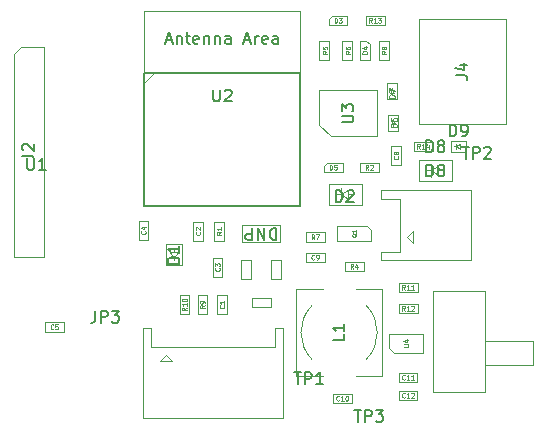
<source format=gbr>
%TF.GenerationSoftware,KiCad,Pcbnew,(6.0.2)*%
%TF.CreationDate,2022-03-15T02:09:27-04:00*%
%TF.ProjectId,ferrous_slime,66657272-6f75-4735-9f73-6c696d652e6b,v0.0.1*%
%TF.SameCoordinates,Original*%
%TF.FileFunction,AssemblyDrawing,Top*%
%FSLAX46Y46*%
G04 Gerber Fmt 4.6, Leading zero omitted, Abs format (unit mm)*
G04 Created by KiCad (PCBNEW (6.0.2)) date 2022-03-15 02:09:27*
%MOMM*%
%LPD*%
G01*
G04 APERTURE LIST*
%ADD10C,0.060000*%
%ADD11C,0.150000*%
%ADD12C,0.050000*%
%ADD13C,0.200000*%
%ADD14C,0.076200*%
%ADD15C,0.100000*%
%ADD16C,0.120000*%
G04 APERTURE END LIST*
D10*
X89658857Y-53721952D02*
X89525523Y-53531476D01*
X89430285Y-53721952D02*
X89430285Y-53321952D01*
X89582666Y-53321952D01*
X89620761Y-53341000D01*
X89639809Y-53360047D01*
X89658857Y-53398142D01*
X89658857Y-53455285D01*
X89639809Y-53493380D01*
X89620761Y-53512428D01*
X89582666Y-53531476D01*
X89430285Y-53531476D01*
X90039809Y-53721952D02*
X89811238Y-53721952D01*
X89925523Y-53721952D02*
X89925523Y-53321952D01*
X89887428Y-53379095D01*
X89849333Y-53417190D01*
X89811238Y-53436238D01*
X90420761Y-53721952D02*
X90192190Y-53721952D01*
X90306476Y-53721952D02*
X90306476Y-53321952D01*
X90268380Y-53379095D01*
X90230285Y-53417190D01*
X90192190Y-53436238D01*
X84070857Y-63081857D02*
X84051809Y-63100904D01*
X83994666Y-63119952D01*
X83956571Y-63119952D01*
X83899428Y-63100904D01*
X83861333Y-63062809D01*
X83842285Y-63024714D01*
X83823238Y-62948523D01*
X83823238Y-62891380D01*
X83842285Y-62815190D01*
X83861333Y-62777095D01*
X83899428Y-62739000D01*
X83956571Y-62719952D01*
X83994666Y-62719952D01*
X84051809Y-62739000D01*
X84070857Y-62758047D01*
X84451809Y-63119952D02*
X84223238Y-63119952D01*
X84337523Y-63119952D02*
X84337523Y-62719952D01*
X84299428Y-62777095D01*
X84261333Y-62815190D01*
X84223238Y-62834238D01*
X84699428Y-62719952D02*
X84737523Y-62719952D01*
X84775619Y-62739000D01*
X84794666Y-62758047D01*
X84813714Y-62796142D01*
X84832761Y-62872333D01*
X84832761Y-62967571D01*
X84813714Y-63043761D01*
X84794666Y-63081857D01*
X84775619Y-63100904D01*
X84737523Y-63119952D01*
X84699428Y-63119952D01*
X84661333Y-63100904D01*
X84642285Y-63081857D01*
X84623238Y-63043761D01*
X84604190Y-62967571D01*
X84604190Y-62872333D01*
X84623238Y-62796142D01*
X84642285Y-62758047D01*
X84661333Y-62739000D01*
X84699428Y-62719952D01*
X71173952Y-55248142D02*
X70983476Y-55381476D01*
X71173952Y-55476714D02*
X70773952Y-55476714D01*
X70773952Y-55324333D01*
X70793000Y-55286238D01*
X70812047Y-55267190D01*
X70850142Y-55248142D01*
X70907285Y-55248142D01*
X70945380Y-55267190D01*
X70964428Y-55286238D01*
X70983476Y-55324333D01*
X70983476Y-55476714D01*
X71173952Y-54867190D02*
X71173952Y-55095761D01*
X71173952Y-54981476D02*
X70773952Y-54981476D01*
X70831095Y-55019571D01*
X70869190Y-55057666D01*
X70888238Y-55095761D01*
X70773952Y-54619571D02*
X70773952Y-54581476D01*
X70793000Y-54543380D01*
X70812047Y-54524333D01*
X70850142Y-54505285D01*
X70926333Y-54486238D01*
X71021571Y-54486238D01*
X71097761Y-54505285D01*
X71135857Y-54524333D01*
X71154904Y-54543380D01*
X71173952Y-54581476D01*
X71173952Y-54619571D01*
X71154904Y-54657666D01*
X71135857Y-54676714D01*
X71097761Y-54695761D01*
X71021571Y-54714809D01*
X70926333Y-54714809D01*
X70850142Y-54695761D01*
X70812047Y-54676714D01*
X70793000Y-54657666D01*
X70773952Y-54619571D01*
X73929857Y-51882666D02*
X73948904Y-51901714D01*
X73967952Y-51958857D01*
X73967952Y-51996952D01*
X73948904Y-52054095D01*
X73910809Y-52092190D01*
X73872714Y-52111238D01*
X73796523Y-52130285D01*
X73739380Y-52130285D01*
X73663190Y-52111238D01*
X73625095Y-52092190D01*
X73587000Y-52054095D01*
X73567952Y-51996952D01*
X73567952Y-51958857D01*
X73587000Y-51901714D01*
X73606047Y-51882666D01*
X73567952Y-51749333D02*
X73567952Y-51501714D01*
X73720333Y-51635047D01*
X73720333Y-51577904D01*
X73739380Y-51539809D01*
X73758428Y-51520761D01*
X73796523Y-51501714D01*
X73891761Y-51501714D01*
X73929857Y-51520761D01*
X73948904Y-51539809D01*
X73967952Y-51577904D01*
X73967952Y-51692190D01*
X73948904Y-51730285D01*
X73929857Y-51749333D01*
D11*
X85352095Y-63915380D02*
X85923523Y-63915380D01*
X85637809Y-64915380D02*
X85637809Y-63915380D01*
X86256857Y-64915380D02*
X86256857Y-63915380D01*
X86637809Y-63915380D01*
X86733047Y-63963000D01*
X86780666Y-64010619D01*
X86828285Y-64105857D01*
X86828285Y-64248714D01*
X86780666Y-64343952D01*
X86733047Y-64391571D01*
X86637809Y-64439190D01*
X86256857Y-64439190D01*
X87161619Y-63915380D02*
X87780666Y-63915380D01*
X87447333Y-64296333D01*
X87590190Y-64296333D01*
X87685428Y-64343952D01*
X87733047Y-64391571D01*
X87780666Y-64486809D01*
X87780666Y-64724904D01*
X87733047Y-64820142D01*
X87685428Y-64867761D01*
X87590190Y-64915380D01*
X87304476Y-64915380D01*
X87209238Y-64867761D01*
X87161619Y-64820142D01*
D10*
X72697952Y-55057666D02*
X72507476Y-55191000D01*
X72697952Y-55286238D02*
X72297952Y-55286238D01*
X72297952Y-55133857D01*
X72317000Y-55095761D01*
X72336047Y-55076714D01*
X72374142Y-55057666D01*
X72431285Y-55057666D01*
X72469380Y-55076714D01*
X72488428Y-55095761D01*
X72507476Y-55133857D01*
X72507476Y-55286238D01*
X72697952Y-54867190D02*
X72697952Y-54791000D01*
X72678904Y-54752904D01*
X72659857Y-54733857D01*
X72602714Y-54695761D01*
X72526523Y-54676714D01*
X72374142Y-54676714D01*
X72336047Y-54695761D01*
X72317000Y-54714809D01*
X72297952Y-54752904D01*
X72297952Y-54829095D01*
X72317000Y-54867190D01*
X72336047Y-54886238D01*
X72374142Y-54905285D01*
X72469380Y-54905285D01*
X72507476Y-54886238D01*
X72526523Y-54867190D01*
X72545571Y-54829095D01*
X72545571Y-54752904D01*
X72526523Y-54714809D01*
X72507476Y-54695761D01*
X72469380Y-54676714D01*
X83078952Y-33541666D02*
X82888476Y-33675000D01*
X83078952Y-33770238D02*
X82678952Y-33770238D01*
X82678952Y-33617857D01*
X82698000Y-33579761D01*
X82717047Y-33560714D01*
X82755142Y-33541666D01*
X82812285Y-33541666D01*
X82850380Y-33560714D01*
X82869428Y-33579761D01*
X82888476Y-33617857D01*
X82888476Y-33770238D01*
X82678952Y-33179761D02*
X82678952Y-33370238D01*
X82869428Y-33389285D01*
X82850380Y-33370238D01*
X82831333Y-33332142D01*
X82831333Y-33236904D01*
X82850380Y-33198809D01*
X82869428Y-33179761D01*
X82907523Y-33160714D01*
X83002761Y-33160714D01*
X83040857Y-33179761D01*
X83059904Y-33198809D01*
X83078952Y-33236904D01*
X83078952Y-33332142D01*
X83059904Y-33370238D01*
X83040857Y-33389285D01*
X83270761Y-43561952D02*
X83270761Y-43161952D01*
X83366000Y-43161952D01*
X83423142Y-43181000D01*
X83461238Y-43219095D01*
X83480285Y-43257190D01*
X83499333Y-43333380D01*
X83499333Y-43390523D01*
X83480285Y-43466714D01*
X83461238Y-43504809D01*
X83423142Y-43542904D01*
X83366000Y-43561952D01*
X83270761Y-43561952D01*
X83861238Y-43161952D02*
X83670761Y-43161952D01*
X83651714Y-43352428D01*
X83670761Y-43333380D01*
X83708857Y-43314333D01*
X83804095Y-43314333D01*
X83842190Y-43333380D01*
X83861238Y-43352428D01*
X83880285Y-43390523D01*
X83880285Y-43485761D01*
X83861238Y-43523857D01*
X83842190Y-43542904D01*
X83804095Y-43561952D01*
X83708857Y-43561952D01*
X83670761Y-43542904D01*
X83651714Y-43523857D01*
D11*
X80272095Y-60740380D02*
X80843523Y-60740380D01*
X80557809Y-61740380D02*
X80557809Y-60740380D01*
X81176857Y-61740380D02*
X81176857Y-60740380D01*
X81557809Y-60740380D01*
X81653047Y-60788000D01*
X81700666Y-60835619D01*
X81748285Y-60930857D01*
X81748285Y-61073714D01*
X81700666Y-61168952D01*
X81653047Y-61216571D01*
X81557809Y-61264190D01*
X81176857Y-61264190D01*
X82700666Y-61740380D02*
X82129238Y-61740380D01*
X82414952Y-61740380D02*
X82414952Y-60740380D01*
X82319714Y-60883238D01*
X82224476Y-60978476D01*
X82129238Y-61026095D01*
D10*
X83685761Y-31115952D02*
X83685761Y-30715952D01*
X83781000Y-30715952D01*
X83838142Y-30735000D01*
X83876238Y-30773095D01*
X83895285Y-30811190D01*
X83914333Y-30887380D01*
X83914333Y-30944523D01*
X83895285Y-31020714D01*
X83876238Y-31058809D01*
X83838142Y-31096904D01*
X83781000Y-31115952D01*
X83685761Y-31115952D01*
X84047666Y-30715952D02*
X84295285Y-30715952D01*
X84161952Y-30868333D01*
X84219095Y-30868333D01*
X84257190Y-30887380D01*
X84276238Y-30906428D01*
X84295285Y-30944523D01*
X84295285Y-31039761D01*
X84276238Y-31077857D01*
X84257190Y-31096904D01*
X84219095Y-31115952D01*
X84104809Y-31115952D01*
X84066714Y-31096904D01*
X84047666Y-31077857D01*
X81975333Y-49456952D02*
X81842000Y-49266476D01*
X81746761Y-49456952D02*
X81746761Y-49056952D01*
X81899142Y-49056952D01*
X81937238Y-49076000D01*
X81956285Y-49095047D01*
X81975333Y-49133142D01*
X81975333Y-49190285D01*
X81956285Y-49228380D01*
X81937238Y-49247428D01*
X81899142Y-49266476D01*
X81746761Y-49266476D01*
X82108666Y-49056952D02*
X82375333Y-49056952D01*
X82203904Y-49456952D01*
D12*
X85519238Y-48999476D02*
X85504000Y-49029952D01*
X85473523Y-49060428D01*
X85427809Y-49106142D01*
X85412571Y-49136619D01*
X85412571Y-49167095D01*
X85488761Y-49151857D02*
X85473523Y-49182333D01*
X85443047Y-49212809D01*
X85382095Y-49228047D01*
X85275428Y-49228047D01*
X85214476Y-49212809D01*
X85184000Y-49182333D01*
X85168761Y-49151857D01*
X85168761Y-49090904D01*
X85184000Y-49060428D01*
X85214476Y-49029952D01*
X85275428Y-49014714D01*
X85382095Y-49014714D01*
X85443047Y-49029952D01*
X85473523Y-49060428D01*
X85488761Y-49090904D01*
X85488761Y-49151857D01*
X85488761Y-48709952D02*
X85488761Y-48892809D01*
X85488761Y-48801380D02*
X85168761Y-48801380D01*
X85214476Y-48831857D01*
X85244952Y-48862333D01*
X85260190Y-48892809D01*
D11*
X83793904Y-46319380D02*
X83793904Y-45319380D01*
X84032000Y-45319380D01*
X84174857Y-45367000D01*
X84270095Y-45462238D01*
X84317714Y-45557476D01*
X84365333Y-45747952D01*
X84365333Y-45890809D01*
X84317714Y-46081285D01*
X84270095Y-46176523D01*
X84174857Y-46271761D01*
X84032000Y-46319380D01*
X83793904Y-46319380D01*
X84746285Y-45414619D02*
X84793904Y-45367000D01*
X84889142Y-45319380D01*
X85127238Y-45319380D01*
X85222476Y-45367000D01*
X85270095Y-45414619D01*
X85317714Y-45509857D01*
X85317714Y-45605095D01*
X85270095Y-45747952D01*
X84698666Y-46319380D01*
X85317714Y-46319380D01*
D10*
X85277333Y-51943952D02*
X85144000Y-51753476D01*
X85048761Y-51943952D02*
X85048761Y-51543952D01*
X85201142Y-51543952D01*
X85239238Y-51563000D01*
X85258285Y-51582047D01*
X85277333Y-51620142D01*
X85277333Y-51677285D01*
X85258285Y-51715380D01*
X85239238Y-51734428D01*
X85201142Y-51753476D01*
X85048761Y-51753476D01*
X85620190Y-51677285D02*
X85620190Y-51943952D01*
X85524952Y-51524904D02*
X85429714Y-51810619D01*
X85677333Y-51810619D01*
X81975333Y-51143857D02*
X81956285Y-51162904D01*
X81899142Y-51181952D01*
X81861047Y-51181952D01*
X81803904Y-51162904D01*
X81765809Y-51124809D01*
X81746761Y-51086714D01*
X81727714Y-51010523D01*
X81727714Y-50953380D01*
X81746761Y-50877190D01*
X81765809Y-50839095D01*
X81803904Y-50801000D01*
X81861047Y-50781952D01*
X81899142Y-50781952D01*
X81956285Y-50801000D01*
X81975333Y-50820047D01*
X82165809Y-51181952D02*
X82242000Y-51181952D01*
X82280095Y-51162904D01*
X82299142Y-51143857D01*
X82337238Y-51086714D01*
X82356285Y-51010523D01*
X82356285Y-50858142D01*
X82337238Y-50820047D01*
X82318190Y-50801000D01*
X82280095Y-50781952D01*
X82203904Y-50781952D01*
X82165809Y-50801000D01*
X82146761Y-50820047D01*
X82127714Y-50858142D01*
X82127714Y-50953380D01*
X82146761Y-50991476D01*
X82165809Y-51010523D01*
X82203904Y-51029571D01*
X82280095Y-51029571D01*
X82318190Y-51010523D01*
X82337238Y-50991476D01*
X82356285Y-50953380D01*
X59890333Y-57038857D02*
X59871285Y-57057904D01*
X59814142Y-57076952D01*
X59776047Y-57076952D01*
X59718904Y-57057904D01*
X59680809Y-57019809D01*
X59661761Y-56981714D01*
X59642714Y-56905523D01*
X59642714Y-56848380D01*
X59661761Y-56772190D01*
X59680809Y-56734095D01*
X59718904Y-56696000D01*
X59776047Y-56676952D01*
X59814142Y-56676952D01*
X59871285Y-56696000D01*
X59890333Y-56715047D01*
X60252238Y-56676952D02*
X60061761Y-56676952D01*
X60042714Y-56867428D01*
X60061761Y-56848380D01*
X60099857Y-56829333D01*
X60195095Y-56829333D01*
X60233190Y-56848380D01*
X60252238Y-56867428D01*
X60271285Y-56905523D01*
X60271285Y-57000761D01*
X60252238Y-57038857D01*
X60233190Y-57057904D01*
X60195095Y-57076952D01*
X60099857Y-57076952D01*
X60061761Y-57057904D01*
X60042714Y-57038857D01*
D13*
X78755714Y-48516609D02*
X78755714Y-49516609D01*
X78517619Y-49516609D01*
X78374761Y-49468990D01*
X78279523Y-49373751D01*
X78231904Y-49278513D01*
X78184285Y-49088037D01*
X78184285Y-48945180D01*
X78231904Y-48754704D01*
X78279523Y-48659466D01*
X78374761Y-48564228D01*
X78517619Y-48516609D01*
X78755714Y-48516609D01*
X77755714Y-48516609D02*
X77755714Y-49516609D01*
X77184285Y-48516609D01*
X77184285Y-49516609D01*
X76708095Y-48516609D02*
X76708095Y-49516609D01*
X76327142Y-49516609D01*
X76231904Y-49468990D01*
X76184285Y-49421370D01*
X76136666Y-49326132D01*
X76136666Y-49183275D01*
X76184285Y-49088037D01*
X76231904Y-49040418D01*
X76327142Y-48992799D01*
X76708095Y-48992799D01*
D10*
X89527574Y-58570126D02*
X89851383Y-58570126D01*
X89889479Y-58551079D01*
X89908526Y-58532031D01*
X89927574Y-58493936D01*
X89927574Y-58417745D01*
X89908526Y-58379650D01*
X89889479Y-58360603D01*
X89851383Y-58341555D01*
X89527574Y-58341555D01*
X89660907Y-57979650D02*
X89927574Y-57979650D01*
X89508526Y-58074888D02*
X89794241Y-58170126D01*
X89794241Y-57922507D01*
X89658857Y-55499952D02*
X89525523Y-55309476D01*
X89430285Y-55499952D02*
X89430285Y-55099952D01*
X89582666Y-55099952D01*
X89620761Y-55119000D01*
X89639809Y-55138047D01*
X89658857Y-55176142D01*
X89658857Y-55233285D01*
X89639809Y-55271380D01*
X89620761Y-55290428D01*
X89582666Y-55309476D01*
X89430285Y-55309476D01*
X90039809Y-55499952D02*
X89811238Y-55499952D01*
X89925523Y-55499952D02*
X89925523Y-55099952D01*
X89887428Y-55157095D01*
X89849333Y-55195190D01*
X89811238Y-55214238D01*
X90192190Y-55138047D02*
X90211238Y-55119000D01*
X90249333Y-55099952D01*
X90344571Y-55099952D01*
X90382666Y-55119000D01*
X90401714Y-55138047D01*
X90420761Y-55176142D01*
X90420761Y-55214238D01*
X90401714Y-55271380D01*
X90173142Y-55499952D01*
X90420761Y-55499952D01*
X74310857Y-55057666D02*
X74329904Y-55076714D01*
X74348952Y-55133857D01*
X74348952Y-55171952D01*
X74329904Y-55229095D01*
X74291809Y-55267190D01*
X74253714Y-55286238D01*
X74177523Y-55305285D01*
X74120380Y-55305285D01*
X74044190Y-55286238D01*
X74006095Y-55267190D01*
X73968000Y-55229095D01*
X73948952Y-55171952D01*
X73948952Y-55133857D01*
X73968000Y-55076714D01*
X73987047Y-55057666D01*
X74348952Y-54676714D02*
X74348952Y-54905285D01*
X74348952Y-54791000D02*
X73948952Y-54791000D01*
X74006095Y-54829095D01*
X74044190Y-54867190D01*
X74063238Y-54905285D01*
X88064952Y-33531674D02*
X87874476Y-33665008D01*
X88064952Y-33760246D02*
X87664952Y-33760246D01*
X87664952Y-33607865D01*
X87684000Y-33569769D01*
X87703047Y-33550722D01*
X87741142Y-33531674D01*
X87798285Y-33531674D01*
X87836380Y-33550722D01*
X87855428Y-33569769D01*
X87874476Y-33607865D01*
X87874476Y-33760246D01*
X87836380Y-33303103D02*
X87817333Y-33341198D01*
X87798285Y-33360246D01*
X87760190Y-33379293D01*
X87741142Y-33379293D01*
X87703047Y-33360246D01*
X87684000Y-33341198D01*
X87664952Y-33303103D01*
X87664952Y-33226912D01*
X87684000Y-33188817D01*
X87703047Y-33169769D01*
X87741142Y-33150722D01*
X87760190Y-33150722D01*
X87798285Y-33169769D01*
X87817333Y-33188817D01*
X87836380Y-33226912D01*
X87836380Y-33303103D01*
X87855428Y-33341198D01*
X87874476Y-33360246D01*
X87912571Y-33379293D01*
X87988761Y-33379293D01*
X88026857Y-33360246D01*
X88045904Y-33341198D01*
X88064952Y-33303103D01*
X88064952Y-33226912D01*
X88045904Y-33188817D01*
X88026857Y-33169769D01*
X87988761Y-33150722D01*
X87912571Y-33150722D01*
X87874476Y-33169769D01*
X87855428Y-33188817D01*
X87836380Y-33226912D01*
X86447952Y-33744738D02*
X86047952Y-33744738D01*
X86047952Y-33649500D01*
X86067000Y-33592357D01*
X86105095Y-33554261D01*
X86143190Y-33535214D01*
X86219380Y-33516166D01*
X86276523Y-33516166D01*
X86352714Y-33535214D01*
X86390809Y-33554261D01*
X86428904Y-33592357D01*
X86447952Y-33649500D01*
X86447952Y-33744738D01*
X86181285Y-33173309D02*
X86447952Y-33173309D01*
X86028904Y-33268547D02*
X86314619Y-33363785D01*
X86314619Y-33116166D01*
D14*
X88781981Y-37486435D02*
X88273981Y-37486435D01*
X88273981Y-37365483D01*
X88298172Y-37292911D01*
X88346552Y-37244530D01*
X88394933Y-37220340D01*
X88491695Y-37196149D01*
X88564267Y-37196149D01*
X88661029Y-37220340D01*
X88709410Y-37244530D01*
X88757791Y-37292911D01*
X88781981Y-37365483D01*
X88781981Y-37486435D01*
X88273981Y-37026816D02*
X88273981Y-36688149D01*
X88781981Y-36905863D01*
X88975809Y-39948939D02*
X88467809Y-39948939D01*
X88467809Y-39827987D01*
X88492000Y-39755415D01*
X88540380Y-39707034D01*
X88588761Y-39682844D01*
X88685523Y-39658653D01*
X88758095Y-39658653D01*
X88854857Y-39682844D01*
X88903238Y-39707034D01*
X88951619Y-39755415D01*
X88975809Y-39827987D01*
X88975809Y-39948939D01*
X88467809Y-39223225D02*
X88467809Y-39319987D01*
X88492000Y-39368367D01*
X88516190Y-39392558D01*
X88588761Y-39440939D01*
X88685523Y-39465129D01*
X88879047Y-39465129D01*
X88927428Y-39440939D01*
X88951619Y-39416748D01*
X88975809Y-39368367D01*
X88975809Y-39271606D01*
X88951619Y-39223225D01*
X88927428Y-39199034D01*
X88879047Y-39174844D01*
X88758095Y-39174844D01*
X88709714Y-39199034D01*
X88685523Y-39223225D01*
X88661333Y-39271606D01*
X88661333Y-39368367D01*
X88685523Y-39416748D01*
X88709714Y-39440939D01*
X88758095Y-39465129D01*
D11*
X91463904Y-44140380D02*
X91463904Y-43140380D01*
X91702000Y-43140380D01*
X91844857Y-43188000D01*
X91940095Y-43283238D01*
X91987714Y-43378476D01*
X92035333Y-43568952D01*
X92035333Y-43711809D01*
X91987714Y-43902285D01*
X91940095Y-43997523D01*
X91844857Y-44092761D01*
X91702000Y-44140380D01*
X91463904Y-44140380D01*
X92606761Y-43568952D02*
X92511523Y-43521333D01*
X92463904Y-43473714D01*
X92416285Y-43378476D01*
X92416285Y-43330857D01*
X92463904Y-43235619D01*
X92511523Y-43188000D01*
X92606761Y-43140380D01*
X92797238Y-43140380D01*
X92892476Y-43188000D01*
X92940095Y-43235619D01*
X92987714Y-43330857D01*
X92987714Y-43378476D01*
X92940095Y-43473714D01*
X92892476Y-43521333D01*
X92797238Y-43568952D01*
X92606761Y-43568952D01*
X92511523Y-43616571D01*
X92463904Y-43664190D01*
X92416285Y-43759428D01*
X92416285Y-43949904D01*
X92463904Y-44045142D01*
X92511523Y-44092761D01*
X92606761Y-44140380D01*
X92797238Y-44140380D01*
X92892476Y-44092761D01*
X92940095Y-44045142D01*
X92987714Y-43949904D01*
X92987714Y-43759428D01*
X92940095Y-43664190D01*
X92892476Y-43616571D01*
X92797238Y-43568952D01*
X91463904Y-42087380D02*
X91463904Y-41087380D01*
X91702000Y-41087380D01*
X91844857Y-41135000D01*
X91940095Y-41230238D01*
X91987714Y-41325476D01*
X92035333Y-41515952D01*
X92035333Y-41658809D01*
X91987714Y-41849285D01*
X91940095Y-41944523D01*
X91844857Y-42039761D01*
X91702000Y-42087380D01*
X91463904Y-42087380D01*
X92606761Y-41515952D02*
X92511523Y-41468333D01*
X92463904Y-41420714D01*
X92416285Y-41325476D01*
X92416285Y-41277857D01*
X92463904Y-41182619D01*
X92511523Y-41135000D01*
X92606761Y-41087380D01*
X92797238Y-41087380D01*
X92892476Y-41135000D01*
X92940095Y-41182619D01*
X92987714Y-41277857D01*
X92987714Y-41325476D01*
X92940095Y-41420714D01*
X92892476Y-41468333D01*
X92797238Y-41515952D01*
X92606761Y-41515952D01*
X92511523Y-41563571D01*
X92463904Y-41611190D01*
X92416285Y-41706428D01*
X92416285Y-41896904D01*
X92463904Y-41992142D01*
X92511523Y-42039761D01*
X92606761Y-42087380D01*
X92797238Y-42087380D01*
X92892476Y-42039761D01*
X92940095Y-41992142D01*
X92987714Y-41896904D01*
X92987714Y-41706428D01*
X92940095Y-41611190D01*
X92892476Y-41563571D01*
X92797238Y-41515952D01*
X69406095Y-32620673D02*
X69882285Y-32620673D01*
X69310857Y-32906387D02*
X69644190Y-31906387D01*
X69977523Y-32906387D01*
X70310857Y-32239721D02*
X70310857Y-32906387D01*
X70310857Y-32334959D02*
X70358476Y-32287340D01*
X70453714Y-32239721D01*
X70596571Y-32239721D01*
X70691809Y-32287340D01*
X70739428Y-32382578D01*
X70739428Y-32906387D01*
X71072761Y-32239721D02*
X71453714Y-32239721D01*
X71215619Y-31906387D02*
X71215619Y-32763530D01*
X71263238Y-32858768D01*
X71358476Y-32906387D01*
X71453714Y-32906387D01*
X72168000Y-32858768D02*
X72072761Y-32906387D01*
X71882285Y-32906387D01*
X71787047Y-32858768D01*
X71739428Y-32763530D01*
X71739428Y-32382578D01*
X71787047Y-32287340D01*
X71882285Y-32239721D01*
X72072761Y-32239721D01*
X72168000Y-32287340D01*
X72215619Y-32382578D01*
X72215619Y-32477816D01*
X71739428Y-32573054D01*
X72644190Y-32239721D02*
X72644190Y-32906387D01*
X72644190Y-32334959D02*
X72691809Y-32287340D01*
X72787047Y-32239721D01*
X72929904Y-32239721D01*
X73025142Y-32287340D01*
X73072761Y-32382578D01*
X73072761Y-32906387D01*
X73548952Y-32239721D02*
X73548952Y-32906387D01*
X73548952Y-32334959D02*
X73596571Y-32287340D01*
X73691809Y-32239721D01*
X73834666Y-32239721D01*
X73929904Y-32287340D01*
X73977523Y-32382578D01*
X73977523Y-32906387D01*
X74882285Y-32906387D02*
X74882285Y-32382578D01*
X74834666Y-32287340D01*
X74739428Y-32239721D01*
X74548952Y-32239721D01*
X74453714Y-32287340D01*
X74882285Y-32858768D02*
X74787047Y-32906387D01*
X74548952Y-32906387D01*
X74453714Y-32858768D01*
X74406095Y-32763530D01*
X74406095Y-32668292D01*
X74453714Y-32573054D01*
X74548952Y-32525435D01*
X74787047Y-32525435D01*
X74882285Y-32477816D01*
X76072761Y-32620673D02*
X76548952Y-32620673D01*
X75977523Y-32906387D02*
X76310857Y-31906387D01*
X76644190Y-32906387D01*
X76977523Y-32906387D02*
X76977523Y-32239721D01*
X76977523Y-32430197D02*
X77025142Y-32334959D01*
X77072761Y-32287340D01*
X77168000Y-32239721D01*
X77263238Y-32239721D01*
X77977523Y-32858768D02*
X77882285Y-32906387D01*
X77691809Y-32906387D01*
X77596571Y-32858768D01*
X77548952Y-32763530D01*
X77548952Y-32382578D01*
X77596571Y-32287340D01*
X77691809Y-32239721D01*
X77882285Y-32239721D01*
X77977523Y-32287340D01*
X78025142Y-32382578D01*
X78025142Y-32477816D01*
X77548952Y-32573054D01*
X78882285Y-32906387D02*
X78882285Y-32382578D01*
X78834666Y-32287340D01*
X78739428Y-32239721D01*
X78548952Y-32239721D01*
X78453714Y-32287340D01*
X78882285Y-32858768D02*
X78787047Y-32906387D01*
X78548952Y-32906387D01*
X78453714Y-32858768D01*
X78406095Y-32763530D01*
X78406095Y-32668292D01*
X78453714Y-32573054D01*
X78548952Y-32525435D01*
X78787047Y-32525435D01*
X78882285Y-32477816D01*
X73406162Y-36790380D02*
X73406162Y-37599904D01*
X73453781Y-37695142D01*
X73501400Y-37742761D01*
X73596638Y-37790380D01*
X73787114Y-37790380D01*
X73882352Y-37742761D01*
X73929971Y-37695142D01*
X73977590Y-37599904D01*
X73977590Y-36790380D01*
X74406162Y-36885619D02*
X74453781Y-36838000D01*
X74549019Y-36790380D01*
X74787114Y-36790380D01*
X74882352Y-36838000D01*
X74929971Y-36885619D01*
X74977590Y-36980857D01*
X74977590Y-37076095D01*
X74929971Y-37218952D01*
X74358543Y-37790380D01*
X74977590Y-37790380D01*
X93940380Y-35586323D02*
X94654666Y-35586323D01*
X94797523Y-35633942D01*
X94892761Y-35729180D01*
X94940380Y-35872037D01*
X94940380Y-35967275D01*
X94273714Y-34681561D02*
X94940380Y-34681561D01*
X93892761Y-34919656D02*
X94607047Y-35157751D01*
X94607047Y-34538704D01*
X57658095Y-42579370D02*
X57658095Y-43388894D01*
X57705714Y-43484132D01*
X57753333Y-43531751D01*
X57848571Y-43579370D01*
X58039047Y-43579370D01*
X58134285Y-43531751D01*
X58181904Y-43484132D01*
X58229523Y-43388894D01*
X58229523Y-42579370D01*
X59229523Y-43579370D02*
X58658095Y-43579370D01*
X58943809Y-43579370D02*
X58943809Y-42579370D01*
X58848571Y-42722228D01*
X58753333Y-42817466D01*
X58658095Y-42865085D01*
X94496095Y-41637380D02*
X95067523Y-41637380D01*
X94781809Y-42637380D02*
X94781809Y-41637380D01*
X95400857Y-42637380D02*
X95400857Y-41637380D01*
X95781809Y-41637380D01*
X95877047Y-41685000D01*
X95924666Y-41732619D01*
X95972285Y-41827857D01*
X95972285Y-41970714D01*
X95924666Y-42065952D01*
X95877047Y-42113571D01*
X95781809Y-42161190D01*
X95400857Y-42161190D01*
X96353238Y-41732619D02*
X96400857Y-41685000D01*
X96496095Y-41637380D01*
X96734190Y-41637380D01*
X96829428Y-41685000D01*
X96877047Y-41732619D01*
X96924666Y-41827857D01*
X96924666Y-41923095D01*
X96877047Y-42065952D01*
X96305619Y-42637380D01*
X96924666Y-42637380D01*
D10*
X89645857Y-62827857D02*
X89626809Y-62846904D01*
X89569666Y-62865952D01*
X89531571Y-62865952D01*
X89474428Y-62846904D01*
X89436333Y-62808809D01*
X89417285Y-62770714D01*
X89398238Y-62694523D01*
X89398238Y-62637380D01*
X89417285Y-62561190D01*
X89436333Y-62523095D01*
X89474428Y-62485000D01*
X89531571Y-62465952D01*
X89569666Y-62465952D01*
X89626809Y-62485000D01*
X89645857Y-62504047D01*
X90026809Y-62865952D02*
X89798238Y-62865952D01*
X89912523Y-62865952D02*
X89912523Y-62465952D01*
X89874428Y-62523095D01*
X89836333Y-62561190D01*
X89798238Y-62580238D01*
X90179190Y-62504047D02*
X90198238Y-62485000D01*
X90236333Y-62465952D01*
X90331571Y-62465952D01*
X90369666Y-62485000D01*
X90388714Y-62504047D01*
X90407761Y-62542142D01*
X90407761Y-62580238D01*
X90388714Y-62637380D01*
X90160142Y-62865952D01*
X90407761Y-62865952D01*
D11*
X93433903Y-40755380D02*
X93433903Y-39755380D01*
X93671999Y-39755380D01*
X93814856Y-39803000D01*
X93910094Y-39898238D01*
X93957713Y-39993476D01*
X94005332Y-40183952D01*
X94005332Y-40326809D01*
X93957713Y-40517285D01*
X93910094Y-40612523D01*
X93814856Y-40707761D01*
X93671999Y-40755380D01*
X93433903Y-40755380D01*
X94481522Y-40755380D02*
X94671999Y-40755380D01*
X94767237Y-40707761D01*
X94814856Y-40660142D01*
X94910094Y-40517285D01*
X94957713Y-40326809D01*
X94957713Y-39945857D01*
X94910094Y-39850619D01*
X94862475Y-39803000D01*
X94767237Y-39755380D01*
X94576760Y-39755380D01*
X94481522Y-39803000D01*
X94433903Y-39850619D01*
X94386284Y-39945857D01*
X94386284Y-40183952D01*
X94433903Y-40279190D01*
X94481522Y-40326809D01*
X94576760Y-40374428D01*
X94767237Y-40374428D01*
X94862475Y-40326809D01*
X94910094Y-40279190D01*
X94957713Y-40183952D01*
D10*
X74094952Y-48834666D02*
X73904476Y-48968000D01*
X74094952Y-49063238D02*
X73694952Y-49063238D01*
X73694952Y-48910857D01*
X73714000Y-48872761D01*
X73733047Y-48853714D01*
X73771142Y-48834666D01*
X73828285Y-48834666D01*
X73866380Y-48853714D01*
X73885428Y-48872761D01*
X73904476Y-48910857D01*
X73904476Y-49063238D01*
X74094952Y-48453714D02*
X74094952Y-48682285D01*
X74094952Y-48568000D02*
X73694952Y-48568000D01*
X73752095Y-48606095D01*
X73790190Y-48644190D01*
X73809238Y-48682285D01*
D11*
X84299333Y-39555656D02*
X85092666Y-39555656D01*
X85186000Y-39508990D01*
X85232666Y-39462323D01*
X85279333Y-39368990D01*
X85279333Y-39182323D01*
X85232666Y-39088990D01*
X85186000Y-39042323D01*
X85092666Y-38995656D01*
X84299333Y-38995656D01*
X84299333Y-38622323D02*
X84299333Y-38015656D01*
X84672666Y-38342323D01*
X84672666Y-38202323D01*
X84719333Y-38108990D01*
X84766000Y-38062323D01*
X84859333Y-38015656D01*
X85092666Y-38015656D01*
X85186000Y-38062323D01*
X85232666Y-38108990D01*
X85279333Y-38202323D01*
X85279333Y-38482323D01*
X85232666Y-38575656D01*
X85186000Y-38622323D01*
D10*
X86864857Y-31115952D02*
X86731523Y-30925476D01*
X86636285Y-31115952D02*
X86636285Y-30715952D01*
X86788666Y-30715952D01*
X86826761Y-30735000D01*
X86845809Y-30754047D01*
X86864857Y-30792142D01*
X86864857Y-30849285D01*
X86845809Y-30887380D01*
X86826761Y-30906428D01*
X86788666Y-30925476D01*
X86636285Y-30925476D01*
X87245809Y-31115952D02*
X87017238Y-31115952D01*
X87131523Y-31115952D02*
X87131523Y-30715952D01*
X87093428Y-30773095D01*
X87055333Y-30811190D01*
X87017238Y-30830238D01*
X87379142Y-30715952D02*
X87626761Y-30715952D01*
X87493428Y-30868333D01*
X87550571Y-30868333D01*
X87588666Y-30887380D01*
X87607714Y-30906428D01*
X87626761Y-30944523D01*
X87626761Y-31039761D01*
X87607714Y-31077857D01*
X87588666Y-31096904D01*
X87550571Y-31115952D01*
X87436285Y-31115952D01*
X87398190Y-31096904D01*
X87379142Y-31077857D01*
D11*
X63428666Y-55511380D02*
X63428666Y-56225666D01*
X63381047Y-56368523D01*
X63285809Y-56463761D01*
X63142952Y-56511380D01*
X63047714Y-56511380D01*
X63904857Y-56511380D02*
X63904857Y-55511380D01*
X64285809Y-55511380D01*
X64381047Y-55559000D01*
X64428666Y-55606619D01*
X64476285Y-55701857D01*
X64476285Y-55844714D01*
X64428666Y-55939952D01*
X64381047Y-55987571D01*
X64285809Y-56035190D01*
X63904857Y-56035190D01*
X64809619Y-55511380D02*
X65428666Y-55511380D01*
X65095333Y-55892333D01*
X65238190Y-55892333D01*
X65333428Y-55939952D01*
X65381047Y-55987571D01*
X65428666Y-56082809D01*
X65428666Y-56320904D01*
X65381047Y-56416142D01*
X65333428Y-56463761D01*
X65238190Y-56511380D01*
X64952476Y-56511380D01*
X64857238Y-56463761D01*
X64809619Y-56416142D01*
D10*
X85017952Y-33541666D02*
X84827476Y-33675000D01*
X85017952Y-33770238D02*
X84617952Y-33770238D01*
X84617952Y-33617857D01*
X84637000Y-33579761D01*
X84656047Y-33560714D01*
X84694142Y-33541666D01*
X84751285Y-33541666D01*
X84789380Y-33560714D01*
X84808428Y-33579761D01*
X84827476Y-33617857D01*
X84827476Y-33770238D01*
X84617952Y-33198809D02*
X84617952Y-33275000D01*
X84637000Y-33313095D01*
X84656047Y-33332142D01*
X84713190Y-33370238D01*
X84789380Y-33389285D01*
X84941761Y-33389285D01*
X84979857Y-33370238D01*
X84998904Y-33351190D01*
X85017952Y-33313095D01*
X85017952Y-33236904D01*
X84998904Y-33198809D01*
X84979857Y-33179761D01*
X84941761Y-33160714D01*
X84846523Y-33160714D01*
X84808428Y-33179761D01*
X84789380Y-33198809D01*
X84770333Y-33236904D01*
X84770333Y-33313095D01*
X84789380Y-33351190D01*
X84808428Y-33370238D01*
X84846523Y-33389285D01*
X89645857Y-61303857D02*
X89626809Y-61322904D01*
X89569666Y-61341952D01*
X89531571Y-61341952D01*
X89474428Y-61322904D01*
X89436333Y-61284809D01*
X89417285Y-61246714D01*
X89398238Y-61170523D01*
X89398238Y-61113380D01*
X89417285Y-61037190D01*
X89436333Y-60999095D01*
X89474428Y-60961000D01*
X89531571Y-60941952D01*
X89569666Y-60941952D01*
X89626809Y-60961000D01*
X89645857Y-60980047D01*
X90026809Y-61341952D02*
X89798238Y-61341952D01*
X89912523Y-61341952D02*
X89912523Y-60941952D01*
X89874428Y-60999095D01*
X89836333Y-61037190D01*
X89798238Y-61056238D01*
X90407761Y-61341952D02*
X90179190Y-61341952D01*
X90293476Y-61341952D02*
X90293476Y-60941952D01*
X90255380Y-60999095D01*
X90217285Y-61037190D01*
X90179190Y-61056238D01*
X67656057Y-48783866D02*
X67675104Y-48802914D01*
X67694152Y-48860057D01*
X67694152Y-48898152D01*
X67675104Y-48955295D01*
X67637009Y-48993390D01*
X67598914Y-49012438D01*
X67522723Y-49031485D01*
X67465580Y-49031485D01*
X67389390Y-49012438D01*
X67351295Y-48993390D01*
X67313200Y-48955295D01*
X67294152Y-48898152D01*
X67294152Y-48860057D01*
X67313200Y-48802914D01*
X67332247Y-48783866D01*
X67427485Y-48441009D02*
X67694152Y-48441009D01*
X67275104Y-48536247D02*
X67560819Y-48631485D01*
X67560819Y-48383866D01*
X72278857Y-48834666D02*
X72297904Y-48853714D01*
X72316952Y-48910857D01*
X72316952Y-48948952D01*
X72297904Y-49006095D01*
X72259809Y-49044190D01*
X72221714Y-49063238D01*
X72145523Y-49082285D01*
X72088380Y-49082285D01*
X72012190Y-49063238D01*
X71974095Y-49044190D01*
X71936000Y-49006095D01*
X71916952Y-48948952D01*
X71916952Y-48910857D01*
X71936000Y-48853714D01*
X71955047Y-48834666D01*
X71955047Y-48682285D02*
X71936000Y-48663238D01*
X71916952Y-48625142D01*
X71916952Y-48529904D01*
X71936000Y-48491809D01*
X71955047Y-48472761D01*
X71993142Y-48453714D01*
X72031238Y-48453714D01*
X72088380Y-48472761D01*
X72316952Y-48701333D01*
X72316952Y-48453714D01*
X86547333Y-43561952D02*
X86414000Y-43371476D01*
X86318761Y-43561952D02*
X86318761Y-43161952D01*
X86471142Y-43161952D01*
X86509238Y-43181000D01*
X86528285Y-43200047D01*
X86547333Y-43238142D01*
X86547333Y-43295285D01*
X86528285Y-43333380D01*
X86509238Y-43352428D01*
X86471142Y-43371476D01*
X86318761Y-43371476D01*
X86699714Y-43200047D02*
X86718761Y-43181000D01*
X86756857Y-43161952D01*
X86852095Y-43161952D01*
X86890190Y-43181000D01*
X86909238Y-43200047D01*
X86928285Y-43238142D01*
X86928285Y-43276238D01*
X86909238Y-43333380D01*
X86680666Y-43561952D01*
X86928285Y-43561952D01*
D11*
X84526380Y-57517656D02*
X84526380Y-57993847D01*
X83526380Y-57993847D01*
X84526380Y-56660513D02*
X84526380Y-57231942D01*
X84526380Y-56946228D02*
X83526380Y-56946228D01*
X83669238Y-57041466D01*
X83764476Y-57136704D01*
X83812095Y-57231942D01*
X57237380Y-42370333D02*
X57951666Y-42370333D01*
X58094523Y-42417952D01*
X58189761Y-42513190D01*
X58237380Y-42656047D01*
X58237380Y-42751285D01*
X57332619Y-41941761D02*
X57285000Y-41894142D01*
X57237380Y-41798904D01*
X57237380Y-41560809D01*
X57285000Y-41465571D01*
X57332619Y-41417952D01*
X57427857Y-41370333D01*
X57523095Y-41370333D01*
X57665952Y-41417952D01*
X58237380Y-41989380D01*
X58237380Y-41370333D01*
D10*
X90928857Y-41783952D02*
X90795523Y-41593476D01*
X90700285Y-41783952D02*
X90700285Y-41383952D01*
X90852666Y-41383952D01*
X90890761Y-41403000D01*
X90909809Y-41422047D01*
X90928857Y-41460142D01*
X90928857Y-41517285D01*
X90909809Y-41555380D01*
X90890761Y-41574428D01*
X90852666Y-41593476D01*
X90700285Y-41593476D01*
X91309809Y-41783952D02*
X91081238Y-41783952D01*
X91195523Y-41783952D02*
X91195523Y-41383952D01*
X91157428Y-41441095D01*
X91119333Y-41479190D01*
X91081238Y-41498238D01*
X91652666Y-41517285D02*
X91652666Y-41783952D01*
X91557428Y-41364904D02*
X91462190Y-41650619D01*
X91709809Y-41650619D01*
X89042857Y-42431666D02*
X89061904Y-42450714D01*
X89080952Y-42507857D01*
X89080952Y-42545952D01*
X89061904Y-42603095D01*
X89023809Y-42641190D01*
X88985714Y-42660238D01*
X88909523Y-42679285D01*
X88852380Y-42679285D01*
X88776190Y-42660238D01*
X88738095Y-42641190D01*
X88700000Y-42603095D01*
X88680952Y-42545952D01*
X88680952Y-42507857D01*
X88700000Y-42450714D01*
X88719047Y-42431666D01*
X88852380Y-42203095D02*
X88833333Y-42241190D01*
X88814285Y-42260238D01*
X88776190Y-42279285D01*
X88757142Y-42279285D01*
X88719047Y-42260238D01*
X88700000Y-42241190D01*
X88680952Y-42203095D01*
X88680952Y-42126904D01*
X88700000Y-42088809D01*
X88719047Y-42069761D01*
X88757142Y-42050714D01*
X88776190Y-42050714D01*
X88814285Y-42069761D01*
X88833333Y-42088809D01*
X88852380Y-42126904D01*
X88852380Y-42203095D01*
X88871428Y-42241190D01*
X88890476Y-42260238D01*
X88928571Y-42279285D01*
X89004761Y-42279285D01*
X89042857Y-42260238D01*
X89061904Y-42241190D01*
X89080952Y-42203095D01*
X89080952Y-42126904D01*
X89061904Y-42088809D01*
X89042857Y-42069761D01*
X89004761Y-42050714D01*
X88928571Y-42050714D01*
X88890476Y-42069761D01*
X88871428Y-42088809D01*
X88852380Y-42126904D01*
D11*
X70556380Y-51535095D02*
X69556380Y-51535095D01*
X69556380Y-51297000D01*
X69604000Y-51154142D01*
X69699238Y-51058904D01*
X69794476Y-51011285D01*
X69984952Y-50963666D01*
X70127809Y-50963666D01*
X70318285Y-51011285D01*
X70413523Y-51058904D01*
X70508761Y-51154142D01*
X70556380Y-51297000D01*
X70556380Y-51535095D01*
X70556380Y-50011285D02*
X70556380Y-50582714D01*
X70556380Y-50297000D02*
X69556380Y-50297000D01*
X69699238Y-50392238D01*
X69794476Y-50487476D01*
X69842095Y-50582714D01*
D15*
X68156008Y-57017000D02*
X67456008Y-57017000D01*
X78656008Y-57017000D02*
X78656008Y-58617000D01*
X67456008Y-64617000D02*
X79356008Y-64617000D01*
X79356008Y-57017000D02*
X78656008Y-57017000D01*
X69406008Y-59242000D02*
X68906008Y-59742000D01*
X78656008Y-58617000D02*
X68156008Y-58617000D01*
X69906008Y-59742000D02*
X69406008Y-59242000D01*
X68906008Y-59742000D02*
X69906008Y-59742000D01*
X68156008Y-58617000D02*
X68156008Y-57017000D01*
X67456008Y-57017000D02*
X67456008Y-64617000D01*
X79356008Y-64617000D02*
X79356008Y-57017000D01*
X90716000Y-53128500D02*
X90716000Y-53953500D01*
X89116000Y-53128500D02*
X90716000Y-53128500D01*
X89116000Y-53953500D02*
X89116000Y-53128500D01*
X90716000Y-53953500D02*
X89116000Y-53953500D01*
X85128000Y-63339000D02*
X83528000Y-63339000D01*
X83528000Y-63339000D02*
X83528000Y-62539000D01*
X85128000Y-62539000D02*
X85128000Y-63339000D01*
X83528000Y-62539000D02*
X85128000Y-62539000D01*
X71405500Y-55791000D02*
X70580500Y-55791000D01*
X70580500Y-54191000D02*
X71405500Y-54191000D01*
X70580500Y-55791000D02*
X70580500Y-54191000D01*
X71405500Y-54191000D02*
X71405500Y-55791000D01*
X76670000Y-55223500D02*
X76670000Y-54398500D01*
X76670000Y-54398500D02*
X78270000Y-54398500D01*
X78270000Y-55223500D02*
X76670000Y-55223500D01*
X78270000Y-54398500D02*
X78270000Y-55223500D01*
X73387000Y-52616000D02*
X73387000Y-51016000D01*
X74187000Y-52616000D02*
X73387000Y-52616000D01*
X73387000Y-51016000D02*
X74187000Y-51016000D01*
X74187000Y-51016000D02*
X74187000Y-52616000D01*
X72929500Y-54191000D02*
X72929500Y-55791000D01*
X72104500Y-55791000D02*
X72104500Y-54191000D01*
X72929500Y-55791000D02*
X72104500Y-55791000D01*
X72104500Y-54191000D02*
X72929500Y-54191000D01*
X83216500Y-34275000D02*
X82391500Y-34275000D01*
X82391500Y-32675000D02*
X83216500Y-32675000D01*
X83216500Y-32675000D02*
X83216500Y-34275000D01*
X82391500Y-34275000D02*
X82391500Y-32675000D01*
X83066000Y-42981000D02*
X82766000Y-43281000D01*
X82766000Y-43281000D02*
X82766000Y-43781000D01*
X84366000Y-43781000D02*
X84366000Y-42981000D01*
X82766000Y-43781000D02*
X84366000Y-43781000D01*
X84366000Y-42981000D02*
X83066000Y-42981000D01*
X84781000Y-30535000D02*
X83481000Y-30535000D01*
X83181000Y-31335000D02*
X84781000Y-31335000D01*
X84781000Y-31335000D02*
X84781000Y-30535000D01*
X83181000Y-30835000D02*
X83181000Y-31335000D01*
X83481000Y-30535000D02*
X83181000Y-30835000D01*
X82842000Y-48863500D02*
X82842000Y-49688500D01*
X81242000Y-48863500D02*
X82842000Y-48863500D01*
X82842000Y-49688500D02*
X81242000Y-49688500D01*
X81242000Y-49688500D02*
X81242000Y-48863500D01*
X86794000Y-49619000D02*
X83894000Y-49619000D01*
X86794000Y-48644000D02*
X86794000Y-49619000D01*
X86469000Y-48319000D02*
X86794000Y-48644000D01*
X83894000Y-48319000D02*
X86469000Y-48319000D01*
X83894000Y-49619000D02*
X83894000Y-48319000D01*
X83182000Y-46567000D02*
X83182000Y-44767000D01*
X83182000Y-44767000D02*
X85982000Y-44767000D01*
X84232000Y-45667000D02*
X84232000Y-46217000D01*
X84232000Y-45667000D02*
X84832000Y-45267000D01*
X84832000Y-46067000D02*
X84232000Y-45667000D01*
X83832000Y-45667000D02*
X84232000Y-45667000D01*
X85982000Y-46567000D02*
X83182000Y-46567000D01*
X84832000Y-45267000D02*
X84832000Y-46067000D01*
X84232000Y-45667000D02*
X84232000Y-45117000D01*
X85982000Y-44767000D02*
X85982000Y-46567000D01*
X84832000Y-45667000D02*
X85332000Y-45667000D01*
X86144000Y-52175500D02*
X84544000Y-52175500D01*
X84544000Y-51350500D02*
X86144000Y-51350500D01*
X84544000Y-52175500D02*
X84544000Y-51350500D01*
X86144000Y-51350500D02*
X86144000Y-52175500D01*
X82842000Y-50601000D02*
X82842000Y-51401000D01*
X81242000Y-50601000D02*
X82842000Y-50601000D01*
X82842000Y-51401000D02*
X81242000Y-51401000D01*
X81242000Y-51401000D02*
X81242000Y-50601000D01*
X60757000Y-57296000D02*
X59157000Y-57296000D01*
X60757000Y-56496000D02*
X60757000Y-57296000D01*
X59157000Y-57296000D02*
X59157000Y-56496000D01*
X59157000Y-56496000D02*
X60757000Y-56496000D01*
X79070000Y-49718990D02*
X79070000Y-48218990D01*
X75870000Y-49718990D02*
X75870000Y-48218990D01*
X79070000Y-48218990D02*
X75870000Y-48218990D01*
X79070000Y-49718990D02*
X75870000Y-49718990D01*
X91196622Y-57465365D02*
X91196622Y-59065365D01*
X88296622Y-57465365D02*
X91196622Y-57465365D01*
X88696622Y-59065365D02*
X88296622Y-58665365D01*
X91196622Y-59065365D02*
X88696622Y-59065365D01*
X88296622Y-58665365D02*
X88296622Y-57465365D01*
X95200800Y-51226000D02*
X95200800Y-45326000D01*
X87600800Y-50526000D02*
X87600800Y-51226000D01*
X90325800Y-48776000D02*
X89825800Y-49276000D01*
X89200800Y-50526000D02*
X87600800Y-50526000D01*
X87600800Y-46026000D02*
X89200800Y-46026000D01*
X95200800Y-45326000D02*
X87600800Y-45326000D01*
X90325800Y-49776000D02*
X90325800Y-48776000D01*
X89200800Y-46026000D02*
X89200800Y-50526000D01*
X87600800Y-51226000D02*
X95200800Y-51226000D01*
X87600800Y-45326000D02*
X87600800Y-46026000D01*
X89825800Y-49276000D02*
X90325800Y-49776000D01*
X89116000Y-55731500D02*
X89116000Y-54906500D01*
X90716000Y-54906500D02*
X90716000Y-55731500D01*
X90716000Y-55731500D02*
X89116000Y-55731500D01*
X89116000Y-54906500D02*
X90716000Y-54906500D01*
X73768000Y-54191000D02*
X74568000Y-54191000D01*
X74568000Y-55791000D02*
X73768000Y-55791000D01*
X73768000Y-55791000D02*
X73768000Y-54191000D01*
X74568000Y-54191000D02*
X74568000Y-55791000D01*
X87471500Y-32665008D02*
X88296500Y-32665008D01*
X87471500Y-34265008D02*
X87471500Y-32665008D01*
X88296500Y-34265008D02*
X87471500Y-34265008D01*
X88296500Y-32665008D02*
X88296500Y-34265008D01*
X86367000Y-32649500D02*
X85867000Y-32649500D01*
X85867000Y-32649500D02*
X85867000Y-34249500D01*
X85867000Y-34249500D02*
X86667000Y-34249500D01*
X86667000Y-32949500D02*
X86367000Y-32649500D01*
X86667000Y-34249500D02*
X86667000Y-32949500D01*
X88552173Y-37111489D02*
X88552173Y-37261489D01*
X88102173Y-37561489D02*
X88102173Y-36261489D01*
X88102173Y-36261489D02*
X89002173Y-36261489D01*
X89002173Y-37561489D02*
X88102173Y-37561489D01*
X88752173Y-37111489D02*
X88352173Y-37111489D01*
X88552173Y-37111489D02*
X88752173Y-36811489D01*
X88352173Y-36811489D02*
X88552173Y-37111489D01*
X89002173Y-36261489D02*
X89002173Y-37561489D01*
X88552173Y-36811489D02*
X88552173Y-36661489D01*
X88752173Y-36811489D02*
X88352173Y-36811489D01*
X88446000Y-39424000D02*
X88846000Y-39424000D01*
X88646000Y-39724000D02*
X88646000Y-39874000D01*
X88846000Y-39724000D02*
X88646000Y-39424000D01*
X89096000Y-40274000D02*
X88196000Y-40274000D01*
X88196000Y-38974000D02*
X89096000Y-38974000D01*
X88196000Y-40274000D02*
X88196000Y-38974000D01*
X89096000Y-38974000D02*
X89096000Y-40274000D01*
X88646000Y-39424000D02*
X88646000Y-39274000D01*
X88646000Y-39424000D02*
X88446000Y-39724000D01*
X88446000Y-39724000D02*
X88846000Y-39724000D01*
X93602000Y-42735000D02*
X93602000Y-44535000D01*
X91852000Y-43635000D02*
X91852000Y-44185000D01*
X91852000Y-43635000D02*
X91852000Y-43085000D01*
X93602000Y-44535000D02*
X90802000Y-44535000D01*
X90802000Y-42735000D02*
X93602000Y-42735000D01*
X92452000Y-43235000D02*
X92452000Y-44035000D01*
X91452000Y-43635000D02*
X91852000Y-43635000D01*
X90802000Y-44535000D02*
X90802000Y-42735000D01*
X91852000Y-43635000D02*
X92452000Y-43235000D01*
X92452000Y-43635000D02*
X92952000Y-43635000D01*
X92452000Y-44035000D02*
X91852000Y-43635000D01*
X100466004Y-60112986D02*
X96466004Y-60112986D01*
X92066004Y-62412986D02*
X92066004Y-53812986D01*
X96466004Y-62412986D02*
X96466004Y-53812986D01*
X96466004Y-58112986D02*
X100466004Y-58112986D01*
X100466004Y-58112986D02*
X100466004Y-60112986D01*
X96466004Y-53812986D02*
X92066004Y-53812986D01*
X92066004Y-62412986D02*
X96466004Y-62412986D01*
D16*
X68368000Y-35404007D02*
X67568000Y-36204007D01*
X67568000Y-35504007D02*
X67568000Y-30104007D01*
D11*
X67568000Y-46604007D02*
X80768000Y-46604007D01*
D16*
X80768000Y-35504007D02*
X80768000Y-30104007D01*
D11*
X67568000Y-35409007D02*
X67568000Y-46604007D01*
X80768000Y-35404007D02*
X67568000Y-35409007D01*
X80768000Y-46604007D02*
X80768000Y-35409007D01*
D16*
X80768000Y-30104007D02*
X67568000Y-30104007D01*
D15*
X98163000Y-30782990D02*
X90813000Y-30782990D01*
X98163000Y-39722990D02*
X98163000Y-30782990D01*
X90813000Y-39722990D02*
X98163000Y-39722990D01*
X90813000Y-39722990D02*
X90813000Y-30782990D01*
X89103000Y-63085000D02*
X89103000Y-62285000D01*
X89103000Y-62285000D02*
X90703000Y-62285000D01*
X90703000Y-63085000D02*
X89103000Y-63085000D01*
X90703000Y-62285000D02*
X90703000Y-63085000D01*
X93971999Y-41803000D02*
X93971999Y-41403000D01*
X94271999Y-41403000D02*
X93971999Y-41603000D01*
X94821999Y-41153000D02*
X94821999Y-42053000D01*
X94821999Y-42053000D02*
X93521999Y-42053000D01*
X93971999Y-41603000D02*
X94271999Y-41803000D01*
X93521999Y-42053000D02*
X93521999Y-41153000D01*
X93971999Y-41603000D02*
X93821999Y-41603000D01*
X94271999Y-41803000D02*
X94271999Y-41403000D01*
X94271999Y-41603000D02*
X94421999Y-41603000D01*
X93521999Y-41153000D02*
X94821999Y-41153000D01*
X74326500Y-49568000D02*
X73501500Y-49568000D01*
X74326500Y-47968000D02*
X74326500Y-49568000D01*
X73501500Y-47968000D02*
X74326500Y-47968000D01*
X73501500Y-49568000D02*
X73501500Y-47968000D01*
X82386000Y-39783990D02*
X82386000Y-36858990D01*
X87286000Y-40758990D02*
X83361000Y-40758990D01*
X83361000Y-40758990D02*
X82386000Y-39783990D01*
X87286000Y-36858990D02*
X87286000Y-40758990D01*
X82386000Y-36858990D02*
X87286000Y-36858990D01*
X86322000Y-31347500D02*
X86322000Y-30522500D01*
X87922000Y-30522500D02*
X87922000Y-31347500D01*
X87922000Y-31347500D02*
X86322000Y-31347500D01*
X86322000Y-30522500D02*
X87922000Y-30522500D01*
X85155500Y-32675000D02*
X85155500Y-34275000D01*
X84330500Y-32675000D02*
X85155500Y-32675000D01*
X85155500Y-34275000D02*
X84330500Y-34275000D01*
X84330500Y-34275000D02*
X84330500Y-32675000D01*
X89103000Y-60761000D02*
X90703000Y-60761000D01*
X89103000Y-61561000D02*
X89103000Y-60761000D01*
X90703000Y-61561000D02*
X89103000Y-61561000D01*
X90703000Y-60761000D02*
X90703000Y-61561000D01*
X67113200Y-49517200D02*
X67113200Y-47917200D01*
X67913200Y-49517200D02*
X67113200Y-49517200D01*
X67113200Y-47917200D02*
X67913200Y-47917200D01*
X67913200Y-47917200D02*
X67913200Y-49517200D01*
X75800000Y-52817000D02*
X75800000Y-51217000D01*
X76600000Y-51217000D02*
X76600000Y-52817000D01*
X76600000Y-52817000D02*
X75800000Y-52817000D01*
X75800000Y-51217000D02*
X76600000Y-51217000D01*
X72536000Y-47968000D02*
X72536000Y-49568000D01*
X71736000Y-49568000D02*
X71736000Y-47968000D01*
X72536000Y-49568000D02*
X71736000Y-49568000D01*
X71736000Y-47968000D02*
X72536000Y-47968000D01*
X85814000Y-42968500D02*
X87414000Y-42968500D01*
X87414000Y-43793500D02*
X85814000Y-43793500D01*
X85814000Y-43793500D02*
X85814000Y-42968500D01*
X87414000Y-42968500D02*
X87414000Y-43793500D01*
X80424000Y-61000990D02*
X80424000Y-53700990D01*
X87724000Y-61000990D02*
X85474000Y-61000990D01*
X80424000Y-53700990D02*
X82674000Y-53700990D01*
X87724000Y-53700990D02*
X85474000Y-53700990D01*
X87724000Y-53700990D02*
X87724000Y-61000990D01*
X80424000Y-61000990D02*
X82674000Y-61000990D01*
X81784000Y-55060990D02*
G75*
G03*
X81784000Y-59640990I2290000J-2290000D01*
G01*
X86364000Y-59640990D02*
G75*
G03*
X86364000Y-55060990I-2290000J2290000D01*
G01*
X56515000Y-50927000D02*
X56515000Y-33782000D01*
X56515000Y-33782000D02*
X57150000Y-33147000D01*
X59055000Y-33147000D02*
X59055000Y-50927000D01*
X59055000Y-50927000D02*
X56515000Y-50927000D01*
X57150000Y-33147000D02*
X59055000Y-33147000D01*
X79140000Y-51217000D02*
X79140000Y-52817000D01*
X79140000Y-52817000D02*
X78340000Y-52817000D01*
X78340000Y-52817000D02*
X78340000Y-51217000D01*
X78340000Y-51217000D02*
X79140000Y-51217000D01*
X90386000Y-41190500D02*
X91986000Y-41190500D01*
X90386000Y-42015500D02*
X90386000Y-41190500D01*
X91986000Y-42015500D02*
X90386000Y-42015500D01*
X91986000Y-41190500D02*
X91986000Y-42015500D01*
X88500000Y-43165000D02*
X88500000Y-41565000D01*
X89300000Y-43165000D02*
X88500000Y-43165000D01*
X88500000Y-41565000D02*
X89300000Y-41565000D01*
X89300000Y-41565000D02*
X89300000Y-43165000D01*
X70104000Y-50547000D02*
X70104000Y-50297000D01*
X70454000Y-50547000D02*
X70104000Y-51047000D01*
X69404000Y-51647000D02*
X69404000Y-49847000D01*
X70804000Y-51647000D02*
X69404000Y-51647000D01*
X70804000Y-49847000D02*
X70804000Y-51647000D01*
X69404000Y-49847000D02*
X70804000Y-49847000D01*
X70104000Y-51047000D02*
X70104000Y-51247000D01*
X70104000Y-51047000D02*
X69754000Y-50547000D01*
X69754000Y-50547000D02*
X70454000Y-50547000D01*
X69754000Y-51047000D02*
X70454000Y-51047000D01*
M02*

</source>
